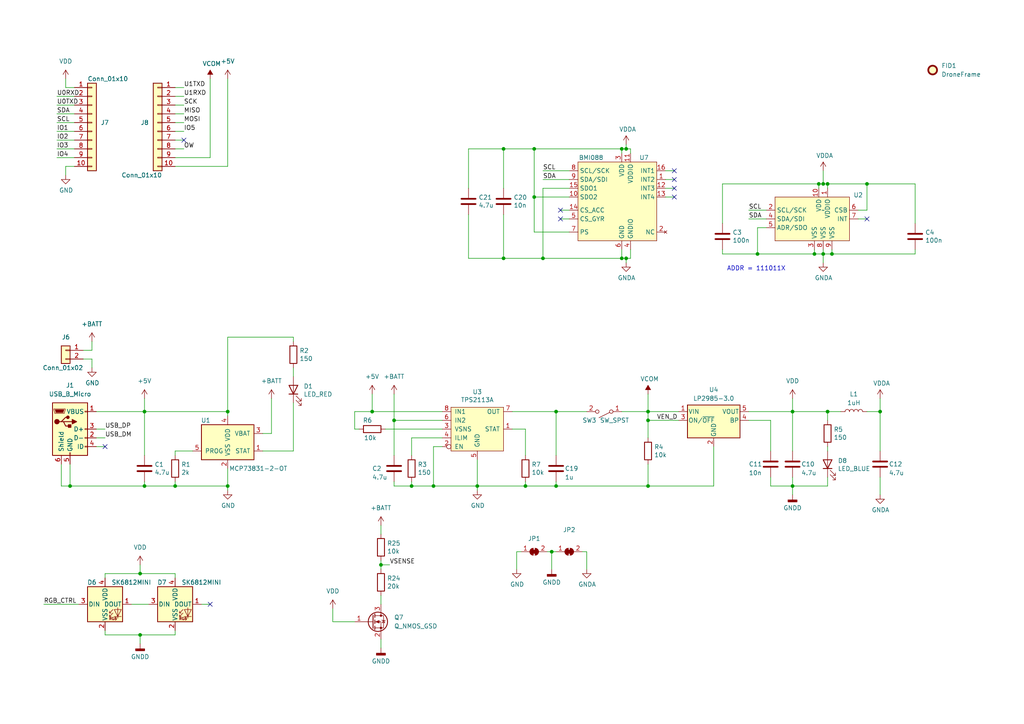
<source format=kicad_sch>
(kicad_sch (version 20230121) (generator eeschema)
  (paper "A4")
  (junction (at -69.85 29.21))
  (junction (at -30.48 71.12))
  (junction (at 82.55 222.25))
  (junction (at 236.22 73.66))
  (junction (at -52.07 128.27))
  (junction (at -133.35 -90.17))
  (junction (at 82.55 266.7))
  (junction (at 180.34 43.18))
  (junction (at -54.61 128.27))
  (junction (at 125.73 140.97))
  (junction (at -74.93 104.14))
  (junction (at 181.61 43.18))
  (junction (at 238.76 53.34))
  (junction (at 82.55 294.64))
  (junction (at 35.56 250.19))
  (junction (at 20.32 140.97))
  (junction (at -30.48 20.32))
  (junction (at 138.43 140.97))
  (junction (at 107.95 119.38))
  (junction (at -81.28 -90.17))
  (junction (at 181.61 74.93))
  (junction (at 110.49 163.83))
  (junction (at 251.46 53.34))
  (junction (at 82.55 250.19))
  (junction (at -81.28 -10.16))
  (junction (at 161.29 119.38))
  (junction (at 161.29 140.97))
  (junction (at 35.56 222.25))
  (junction (at 180.34 74.93))
  (junction (at 40.64 184.15))
  (junction (at 82.55 233.68))
  (junction (at 229.87 140.97))
  (junction (at -133.35 -10.16))
  (junction (at 40.64 166.37))
  (junction (at 219.71 73.66))
  (junction (at 240.03 53.34))
  (junction (at 187.96 119.38))
  (junction (at -30.48 55.88))
  (junction (at 241.3 73.66))
  (junction (at 66.04 119.38))
  (junction (at 66.04 140.97))
  (junction (at 26.67 240.03))
  (junction (at 255.27 119.38))
  (junction (at 237.49 53.34))
  (junction (at 119.38 140.97))
  (junction (at 41.91 119.38))
  (junction (at -143.51 -90.17))
  (junction (at 26.67 284.48))
  (junction (at 114.3 121.92))
  (junction (at 152.4 140.97))
  (junction (at 154.94 43.18))
  (junction (at 187.96 140.97))
  (junction (at 160.02 160.02))
  (junction (at 238.76 73.66))
  (junction (at 154.94 57.15))
  (junction (at 157.48 74.93))
  (junction (at 73.66 284.48))
  (junction (at -30.48 34.29))
  (junction (at 35.56 233.68))
  (junction (at -133.35 -73.66))
  (junction (at 229.87 119.38))
  (junction (at -20.32 -58.42))
  (junction (at 41.91 140.97))
  (junction (at 146.05 74.93))
  (junction (at -143.51 -10.16))
  (junction (at 50.8 140.97))
  (junction (at 35.56 278.13))
  (junction (at 35.56 266.7))
  (junction (at 82.55 278.13))
  (junction (at 73.66 240.03))
  (junction (at -68.58 46.99))
  (junction (at 187.96 121.92))
  (junction (at 240.03 119.38))
  (junction (at 35.56 294.64))
  (junction (at 146.05 43.18))
  (no_connect (at -30.48 106.68))
  (no_connect (at -30.48 96.52))
  (no_connect (at -30.48 104.14))
  (no_connect (at 30.48 129.54))
  (no_connect (at 162.56 60.96))
  (no_connect (at 251.46 63.5))
  (no_connect (at 195.58 54.61))
  (no_connect (at 195.58 52.07))
  (no_connect (at 60.96 175.26))
  (no_connect (at -30.48 114.3))
  (no_connect (at -72.39 88.9))
  (no_connect (at -30.48 101.6))
  (no_connect (at -30.48 116.84))
  (no_connect (at -30.48 119.38))
  (no_connect (at 53.34 40.64))
  (no_connect (at 195.58 49.53))
  (no_connect (at 162.56 63.5))
  (no_connect (at -30.48 111.76))
  (no_connect (at 195.58 57.15))
  (wire (pts (xy 16.51 45.72) (xy 21.59 45.72)))
  (wire (pts (xy -143.51 -10.16) (xy -153.67 -10.16)))
  (wire (pts (xy 237.49 53.34) (xy 238.76 53.34)))
  (wire (pts (xy 125.73 140.97) (xy 138.43 140.97)))
  (wire (pts (xy 50.8 167.64) (xy 50.8 166.37)))
  (wire (pts (xy 35.56 265.43) (xy 35.56 266.7)))
  (wire (pts (xy 50.8 166.37) (xy 40.64 166.37)))
  (wire (pts (xy 162.56 63.5) (xy 165.1 63.5)))
  (wire (pts (xy -34.29 88.9) (xy -13.97 88.9)))
  (wire (pts (xy 26.67 250.19) (xy 35.56 250.19)))
  (wire (pts (xy 251.46 53.34) (xy 240.03 53.34)))
  (wire (pts (xy 265.43 53.34) (xy 265.43 64.77)))
  (wire (pts (xy 180.34 44.45) (xy 180.34 43.18)))
  (wire (pts (xy -143.51 -38.1) (xy -143.51 -10.16)))
  (wire (pts (xy -133.35 -10.16) (xy -81.28 -10.16)))
  (wire (pts (xy -53.34 -35.56) (xy -49.53 -35.56)))
  (wire (pts (xy 229.87 140.97) (xy 223.52 140.97)))
  (wire (pts (xy -74.93 46.99) (xy -68.58 46.99)))
  (wire (pts (xy -24.13 -58.42) (xy -20.32 -58.42)))
  (wire (pts (xy -115.57 -48.26) (xy -109.22 -48.26)))
  (wire (pts (xy 82.55 265.43) (xy 82.55 266.7)))
  (wire (pts (xy 161.29 140.97) (xy 187.96 140.97)))
  (wire (pts (xy -34.29 93.98) (xy -31.75 93.98)))
  (wire (pts (xy 29.21 232.41) (xy 29.21 233.68)))
  (wire (pts (xy -24.13 -48.26) (xy -24.13 -49.53)))
  (wire (pts (xy 161.29 139.7) (xy 161.29 140.97)))
  (wire (pts (xy -115.57 -45.72) (xy -109.22 -45.72)))
  (wire (pts (xy -120.65 -66.04) (xy -109.22 -66.04)))
  (wire (pts (xy 58.42 175.26) (xy 60.96 175.26)))
  (wire (pts (xy -49.53 20.32) (xy -30.48 20.32)))
  (wire (pts (xy 128.27 127) (xy 119.38 127)))
  (wire (pts (xy 82.55 274.32) (xy 83.82 274.32)))
  (wire (pts (xy 26.67 294.64) (xy 35.56 294.64)))
  (wire (pts (xy 50.8 45.72) (xy 60.96 45.72)))
  (wire (pts (xy 30.48 182.88) (xy 30.48 184.15)))
  (wire (pts (xy 265.43 72.39) (xy 265.43 73.66)))
  (wire (pts (xy 236.22 72.39) (xy 236.22 73.66)))
  (wire (pts (xy 152.4 124.46) (xy 152.4 132.08)))
  (wire (pts (xy 82.55 278.13) (xy 82.55 279.4)))
  (wire (pts (xy 16.51 33.02) (xy 21.59 33.02)))
  (wire (pts (xy 66.04 119.38) (xy 66.04 97.79)))
  (wire (pts (xy 30.48 166.37) (xy 40.64 166.37)))
  (wire (pts (xy 36.83 227.33) (xy 35.56 227.33)))
  (wire (pts (xy 60.96 22.86) (xy 60.96 45.72)))
  (wire (pts (xy 82.55 227.33) (xy 82.55 222.25)))
  (wire (pts (xy -81.28 -92.71) (xy -81.28 -90.17)))
  (wire (pts (xy 110.49 152.4) (xy 110.49 154.94)))
  (wire (pts (xy 146.05 74.93) (xy 157.48 74.93)))
  (wire (pts (xy 160.02 160.02) (xy 160.02 165.1)))
  (wire (pts (xy 78.74 115.57) (xy 78.74 125.73)))
  (wire (pts (xy -30.48 20.32) (xy -30.48 22.86)))
  (wire (pts (xy 41.91 139.7) (xy 41.91 140.97)))
  (wire (pts (xy -30.48 55.88) (xy -30.48 59.69)))
  (wire (pts (xy 128.27 129.54) (xy 125.73 129.54)))
  (wire (pts (xy -34.29 114.3) (xy -30.48 114.3)))
  (wire (pts (xy 82.55 229.87) (xy 82.55 233.68)))
  (wire (pts (xy 96.52 176.53) (xy 96.52 180.34)))
  (wire (pts (xy 72.39 240.03) (xy 73.66 240.03)))
  (wire (pts (xy 35.56 289.56) (xy 35.56 294.64)))
  (wire (pts (xy 248.92 60.96) (xy 251.46 60.96)))
  (wire (pts (xy 40.64 166.37) (xy 40.64 163.83)))
  (wire (pts (xy 16.51 40.64) (xy 21.59 40.64)))
  (wire (pts (xy 29.21 233.68) (xy 35.56 233.68)))
  (wire (pts (xy -49.53 36.83) (xy -68.58 36.83)))
  (wire (pts (xy 24.13 104.14) (xy 26.67 104.14)))
  (wire (pts (xy 76.2 125.73) (xy 78.74 125.73)))
  (wire (pts (xy 76.2 232.41) (xy 76.2 233.68)))
  (wire (pts (xy 135.89 43.18) (xy 146.05 43.18)))
  (wire (pts (xy -81.28 -12.7) (xy -81.28 -10.16)))
  (wire (pts (xy 30.48 184.15) (xy 40.64 184.15)))
  (wire (pts (xy 24.13 101.6) (xy 26.67 101.6)))
  (wire (pts (xy 20.32 140.97) (xy 20.32 134.62)))
  (wire (pts (xy 16.51 30.48) (xy 21.59 30.48)))
  (wire (pts (xy 55.88 130.81) (xy 50.8 130.81)))
  (wire (pts (xy 35.56 294.64) (xy 35.56 295.91)))
  (wire (pts (xy 119.38 139.7) (xy 119.38 140.97)))
  (wire (pts (xy -49.53 34.29) (xy -49.53 36.83)))
  (wire (pts (xy 35.56 271.78) (xy 35.56 266.7)))
  (wire (pts (xy 38.1 175.26) (xy 43.18 175.26)))
  (wire (pts (xy 209.55 73.66) (xy 219.71 73.66)))
  (wire (pts (xy -49.53 41.91) (xy -49.53 39.37)))
  (wire (pts (xy 35.56 222.25) (xy 29.21 222.25)))
  (wire (pts (xy 26.67 293.37) (xy 26.67 294.64)))
  (wire (pts (xy 241.3 73.66) (xy 265.43 73.66)))
  (wire (pts (xy -68.58 36.83) (xy -68.58 46.99)))
  (wire (pts (xy 255.27 138.43) (xy 255.27 143.51)))
  (wire (pts (xy 152.4 139.7) (xy 152.4 140.97)))
  (wire (pts (xy 238.76 73.66) (xy 241.3 73.66)))
  (wire (pts (xy -72.39 88.9) (xy -69.85 88.9)))
  (wire (pts (xy 181.61 74.93) (xy 181.61 76.2)))
  (wire (pts (xy -24.13 -57.15) (xy -24.13 -58.42)))
  (wire (pts (xy 111.76 124.46) (xy 128.27 124.46)))
  (wire (pts (xy 229.87 140.97) (xy 229.87 143.51)))
  (wire (pts (xy 160.02 160.02) (xy 158.75 160.02)))
  (wire (pts (xy 168.91 160.02) (xy 170.18 160.02)))
  (wire (pts (xy 16.51 35.56) (xy 21.59 35.56)))
  (wire (pts (xy -52.07 128.27) (xy -54.61 128.27)))
  (wire (pts (xy 107.95 119.38) (xy 128.27 119.38)))
  (wire (pts (xy 50.8 30.48) (xy 53.34 30.48)))
  (wire (pts (xy 26.67 241.3) (xy 26.67 240.03)))
  (wire (pts (xy 238.76 73.66) (xy 238.76 76.2)))
  (wire (pts (xy -34.29 91.44) (xy -13.97 91.44)))
  (wire (pts (xy 35.56 274.32) (xy 36.83 274.32)))
  (wire (pts (xy 35.56 278.13) (xy 35.56 279.4)))
  (wire (pts (xy 41.91 140.97) (xy 20.32 140.97)))
  (wire (pts (xy -133.35 -38.1) (xy -133.35 -10.16)))
  (wire (pts (xy 223.52 121.92) (xy 217.17 121.92)))
  (wire (pts (xy 66.04 48.26) (xy 66.04 22.86)))
  (wire (pts (xy 50.8 27.94) (xy 53.34 27.94)))
  (wire (pts (xy 35.56 274.32) (xy 35.56 278.13)))
  (wire (pts (xy 85.09 106.68) (xy 85.09 109.22)))
  (wire (pts (xy -133.35 -73.66) (xy -109.22 -73.66)))
  (wire (pts (xy -49.53 52.07) (xy -49.53 55.88)))
  (wire (pts (xy -53.34 -71.12) (xy -49.53 -71.12)))
  (wire (pts (xy 181.61 41.91) (xy 181.61 43.18)))
  (wire (pts (xy 240.03 119.38) (xy 240.03 121.92)))
  (wire (pts (xy 40.64 184.15) (xy 50.8 184.15)))
  (wire (pts (xy -133.35 -73.66) (xy -133.35 -45.72)))
  (wire (pts (xy 217.17 63.5) (xy 222.25 63.5)))
  (wire (pts (xy 180.34 119.38) (xy 187.96 119.38)))
  (wire (pts (xy 138.43 140.97) (xy 152.4 140.97)))
  (wire (pts (xy 29.21 276.86) (xy 29.21 278.13)))
  (wire (pts (xy 73.66 285.75) (xy 73.66 284.48)))
  (wire (pts (xy 35.56 229.87) (xy 36.83 229.87)))
  (wire (pts (xy -74.93 128.27) (xy -54.61 128.27)))
  (wire (pts (xy 26.67 240.03) (xy 27.94 240.03)))
  (wire (pts (xy -153.67 -90.17) (xy -143.51 -90.17)))
  (wire (pts (xy 135.89 62.23) (xy 135.89 74.93)))
  (wire (pts (xy -69.85 104.14) (xy -74.93 104.14)))
  (wire (pts (xy 27.94 119.38) (xy 41.91 119.38)))
  (wire (pts (xy -17.78 20.32) (xy -17.78 24.13)))
  (wire (pts (xy 50.8 40.64) (xy 53.34 40.64)))
  (wire (pts (xy 82.55 245.11) (xy 82.55 250.19)))
  (wire (pts (xy -78.74 99.06) (xy -69.85 99.06)))
  (wire (pts (xy -53.34 -48.26) (xy -24.13 -48.26)))
  (wire (pts (xy 238.76 53.34) (xy 240.03 53.34)))
  (wire (pts (xy -53.34 -40.64) (xy -49.53 -40.64)))
  (wire (pts (xy -52.07 130.81) (xy -52.07 128.27)))
  (wire (pts (xy 26.67 248.92) (xy 26.67 250.19)))
  (wire (pts (xy 76.2 278.13) (xy 82.55 278.13)))
  (wire (pts (xy -53.34 -45.72) (xy -16.51 -45.72)))
  (wire (pts (xy -59.69 46.99) (xy -57.15 46.99)))
  (wire (pts (xy 255.27 119.38) (xy 251.46 119.38)))
  (wire (pts (xy 83.82 271.78) (xy 82.55 271.78)))
  (wire (pts (xy 193.04 54.61) (xy 195.58 54.61)))
  (wire (pts (xy 223.52 130.81) (xy 223.52 121.92)))
  (wire (pts (xy -49.53 55.88) (xy -30.48 55.88)))
  (wire (pts (xy 19.05 48.26) (xy 21.59 48.26)))
  (wire (pts (xy 17.78 134.62) (xy 17.78 140.97)))
  (wire (pts (xy 125.73 129.54) (xy 125.73 140.97)))
  (wire (pts (xy -49.53 39.37) (xy -69.85 39.37)))
  (wire (pts (xy 154.94 43.18) (xy 180.34 43.18)))
  (wire (pts (xy 162.56 60.96) (xy 165.1 60.96)))
  (wire (pts (xy -17.78 34.29) (xy -30.48 34.29)))
  (wire (pts (xy 182.88 72.39) (xy 182.88 74.93)))
  (wire (pts (xy 50.8 184.15) (xy 50.8 182.88)))
  (wire (pts (xy -143.51 -90.17) (xy -133.35 -90.17)))
  (wire (pts (xy -95.25 99.06) (xy -86.36 99.06)))
  (wire (pts (xy 135.89 54.61) (xy 135.89 43.18)))
  (wire (pts (xy -17.78 55.88) (xy -17.78 60.96)))
  (wire (pts (xy 238.76 72.39) (xy 238.76 73.66)))
  (wire (pts (xy 30.48 167.64) (xy 30.48 166.37)))
  (wire (pts (xy -81.28 -10.16) (xy -81.28 -6.35)))
  (wire (pts (xy 217.17 119.38) (xy 229.87 119.38)))
  (wire (pts (xy 110.49 163.83) (xy 113.03 163.83)))
  (wire (pts (xy -69.85 29.21) (xy -67.31 29.21)))
  (wire (pts (xy 114.3 132.08) (xy 114.3 121.92)))
  (wire (pts (xy -34.29 119.38) (xy -30.48 119.38)))
  (wire (pts (xy 73.66 240.03) (xy 74.93 240.03)))
  (wire (pts (xy -49.53 24.13) (xy -49.53 20.32)))
  (wire (pts (xy 82.55 294.64) (xy 82.55 295.91)))
  (wire (pts (xy -38.1 -80.01) (xy -38.1 -53.34)))
  (wire (pts (xy 187.96 119.38) (xy 196.85 119.38)))
  (wire (pts (xy -53.34 -30.48) (xy -49.53 -30.48)))
  (wire (pts (xy 193.04 57.15) (xy 195.58 57.15)))
  (wire (pts (xy 85.09 97.79) (xy 85.09 99.06)))
  (wire (pts (xy -133.35 -90.17) (xy -133.35 -87.63)))
  (wire (pts (xy 138.43 140.97) (xy 138.43 142.24)))
  (wire (pts (xy 149.86 160.02) (xy 149.86 165.1)))
  (wire (pts (xy -30.48 69.85) (xy -30.48 71.12)))
  (wire (pts (xy 114.3 140.97) (xy 119.38 140.97)))
  (wire (pts (xy 41.91 140.97) (xy 50.8 140.97)))
  (wire (pts (xy 161.29 119.38) (xy 161.29 132.08)))
  (wire (pts (xy 82.55 220.98) (xy 82.55 222.25)))
  (wire (pts (xy 102.87 119.38) (xy 107.95 119.38)))
  (wire (pts (xy 180.34 43.18) (xy 181.61 43.18)))
  (wire (pts (xy 114.3 139.7) (xy 114.3 140.97)))
  (wire (pts (xy 27.94 127) (xy 30.48 127)))
  (wire (pts (xy 29.21 266.7) (xy 29.21 269.24)))
  (wire (pts (xy -34.29 111.76) (xy -30.48 111.76)))
  (wire (pts (xy 154.94 57.15) (xy 165.1 57.15)))
  (wire (pts (xy 73.66 293.37) (xy 73.66 294.64)))
  (wire (pts (xy -49.53 77.47) (xy -49.53 81.28)))
  (wire (pts (xy -81.28 -90.17) (xy -81.28 -78.74)))
  (wire (pts (xy 76.2 233.68) (xy 82.55 233.68)))
  (wire (pts (xy 187.96 121.92) (xy 196.85 121.92)))
  (wire (pts (xy 193.04 52.07) (xy 195.58 52.07)))
  (wire (pts (xy 50.8 25.4) (xy 53.34 25.4)))
  (wire (pts (xy 73.66 294.64) (xy 82.55 294.64)))
  (wire (pts (xy 35.56 233.68) (xy 35.56 234.95)))
  (wire (pts (xy -113.03 -60.96) (xy -109.22 -60.96)))
  (wire (pts (xy -133.35 -80.01) (xy -133.35 -73.66)))
  (wire (pts (xy 27.94 124.46) (xy 30.48 124.46)))
  (wire (pts (xy 26.67 101.6) (xy 26.67 99.06)))
  (wire (pts (xy 229.87 119.38) (xy 240.03 119.38)))
  (wire (pts (xy 35.56 227.33) (xy 35.56 222.25)))
  (wire (pts (xy 157.48 74.93) (xy 180.34 74.93)))
  (wire (pts (xy 161.29 119.38) (xy 170.18 119.38)))
  (wire (pts (xy 73.66 241.3) (xy 73.66 240.03)))
  (wire (pts (xy -16.51 -45.72) (xy -16.51 -49.53)))
  (wire (pts (xy -38.1 -90.17) (xy -38.1 -87.63)))
  (wire (pts (xy 73.66 248.92) (xy 73.66 250.19)))
  (wire (pts (xy -74.93 124.46) (xy -74.93 128.27)))
  (wire (pts (xy 170.18 160.02) (xy 170.18 165.1)))
  (wire (pts (xy 29.21 278.13) (xy 35.56 278.13)))
  (wire (pts (xy 248.92 63.5) (xy 251.46 63.5)))
  (wire (pts (xy 154.94 57.15) (xy 154.94 43.18)))
  (wire (pts (xy 187.96 114.3) (xy 187.96 119.38)))
  (wire (pts (xy 19.05 25.4) (xy 21.59 25.4)))
  (wire (pts (xy -34.29 99.06) (xy -31.75 99.06)))
  (wire (pts (xy -133.35 -90.17) (xy -81.28 -90.17)))
  (wire (pts (xy 236.22 73.66) (xy 238.76 73.66)))
  (wire (pts (xy 180.34 72.39) (xy 180.34 74.93)))
  (wire (pts (xy 82.55 274.32) (xy 82.55 278.13)))
  (wire (pts (xy 35.56 266.7) (xy 29.21 266.7)))
  (wire (pts (xy 135.89 74.93) (xy 146.05 74.93)))
  (wire (pts (xy 36.83 271.78) (xy 35.56 271.78)))
  (wire (pts (xy -81.28 -90.17) (xy -38.1 -90.17)))
  (wire (pts (xy -115.57 -50.8) (xy -109.22 -50.8)))
  (wire (pts (xy 229.87 115.57) (xy 229.87 119.38)))
  (wire (pts (xy 57.15 240.03) (xy 64.77 240.03)))
  (wire (pts (xy 26.67 104.14) (xy 26.67 106.68)))
  (wire (pts (xy 102.87 124.46) (xy 102.87 119.38)))
  (wire (pts (xy 187.96 119.38) (xy 187.96 121.92)))
  (wire (pts (xy 165.1 54.61) (xy 157.48 54.61)))
  (wire (pts (xy -34.29 106.68) (xy -30.48 106.68)))
  (wire (pts (xy 73.66 250.19) (xy 82.55 250.19)))
  (wire (pts (xy -74.93 29.21) (xy -69.85 29.21)))
  (wire (pts (xy 76.2 276.86) (xy 76.2 278.13)))
  (wire (pts (xy 119.38 127) (xy 119.38 132.08)))
  (wire (pts (xy -95.25 96.52) (xy -86.36 96.52)))
  (wire (pts (xy 157.48 49.53) (xy 165.1 49.53)))
  (wire (pts (xy 209.55 53.34) (xy 237.49 53.34)))
  (wire (pts (xy 114.3 114.3) (xy 114.3 121.92)))
  (wire (pts (xy 114.3 121.92) (xy 128.27 121.92)))
  (wire (pts (xy -52.07 128.27) (xy -49.53 128.27)))
  (wire (pts (xy 241.3 72.39) (xy 241.3 73.66)))
  (wire (pts (xy -20.32 -58.42) (xy -20.32 -60.96)))
  (wire (pts (xy -153.67 -45.72) (xy -153.67 -90.17)))
  (wire (pts (xy 138.43 133.35) (xy 138.43 140.97)))
  (wire (pts (xy 19.05 50.8) (xy 19.05 48.26)))
  (wire (pts (xy -16.51 -58.42) (xy -16.51 -57.15)))
  (wire (pts (xy 50.8 140.97) (xy 66.04 140.97)))
  (wire (pts (xy -59.69 29.21) (xy -57.15 29.21)))
  (wire (pts (xy -34.29 104.14) (xy -30.48 104.14)))
  (wire (pts (xy 237.49 54.61) (xy 237.49 53.34)))
  (wire (pts (xy -153.67 -38.1) (xy -153.67 -10.16)))
  (wire (pts (xy 146.05 43.18) (xy 154.94 43.18)))
  (wire (pts (xy -54.61 128.27) (xy -54.61 127)))
  (wire (pts (xy 255.27 130.81) (xy 255.27 119.38)))
  (wire (pts (xy 82.55 229.87) (xy 83.82 229.87)))
  (wire (pts (xy 180.34 74.93) (xy 181.61 74.93)))
  (wire (pts (xy -30.48 34.29) (xy -30.48 36.83)))
  (wire (pts (xy 157.48 52.07) (xy 165.1 52.07)))
  (wire (pts (xy 240.03 138.43) (xy 240.03 140.97)))
  (wire (pts (xy 154.94 67.31) (xy 154.94 57.15)))
  (wire (pts (xy 219.71 73.66) (xy 236.22 73.66)))
  (wire (pts (xy 104.14 124.46) (xy 102.87 124.46)))
  (wire (pts (xy 182.88 43.18) (xy 182.88 44.45)))
  (wire (pts (xy 35.56 229.87) (xy 35.56 233.68)))
  (wire (pts (xy 19.05 22.86) (xy 19.05 25.4)))
  (wire (pts (xy 66.04 135.89) (xy 66.04 140.97)))
  (wire (pts (xy 35.56 250.19) (xy 35.56 251.46)))
  (wire (pts (xy 107.95 114.3) (xy 107.95 119.38)))
  (wire (pts (xy -53.34 -66.04) (xy -50.8 -66.04)))
  (wire (pts (xy 35.56 245.11) (xy 35.56 250.19)))
  (wire (pts (xy 223.52 140.97) (xy 223.52 138.43)))
  (wire (pts (xy -53.34 -38.1) (xy -49.53 -38.1)))
  (wire (pts (xy 148.59 124.46) (xy 152.4 124.46)))
  (wire (pts (xy 50.8 43.18) (xy 53.34 43.18)))
  (wire (pts (xy 35.56 220.98) (xy 35.56 222.25)))
  (wire (pts (xy 82.55 222.25) (xy 76.2 222.25)))
  (wire (pts (xy 41.91 119.38) (xy 66.04 119.38)))
  (wire (pts (xy 76.2 130.81) (xy 85.09 130.81)))
  (wire (pts (xy 146.05 62.23) (xy 146.05 74.93)))
  (wire (pts (xy 96.52 180.34) (xy 102.87 180.34)))
  (wire (pts (xy -53.34 -73.66) (xy -49.53 -73.66)))
  (wire (pts (xy 165.1 67.31) (xy 154.94 67.31)))
  (wire (pts (xy 83.82 227.33) (xy 82.55 227.33)))
  (wire (pts (xy 66.04 140.97) (xy 66.04 142.24)))
  (wire (pts (xy -53.34 -43.18) (xy -49.53 -43.18)))
  (wire (pts (xy 50.8 35.56) (xy 53.34 35.56)))
  (wire (pts (xy 110.49 185.42) (xy 110.49 187.96)))
  (wire (pts (xy 41.91 132.08) (xy 41.91 119.38)))
  (wire (pts (xy -53.34 -53.34) (xy -38.1 -53.34)))
  (wire (pts (xy -34.29 96.52) (xy -30.48 96.52)))
  (wire (pts (xy -17.78 71.12) (xy -17.78 68.58)))
  (wire (pts (xy 240.03 119.38) (xy 243.84 119.38)))
  (wire (pts (xy -20.32 -58.42) (xy -16.51 -58.42)))
  (wire (pts (xy 146.05 54.61) (xy 146.05 43.18)))
  (wire (pts (xy 50.8 33.02) (xy 53.34 33.02)))
  (wire (pts (xy 193.04 49.53) (xy 195.58 49.53)))
  (wire (pts (xy 110.49 172.72) (xy 110.49 175.26)))
  (wire (pts (xy 50.8 139.7) (xy 50.8 140.97)))
  (wire (pts (xy 76.2 266.7) (xy 76.2 269.24)))
  (wire (pts (xy 209.55 64.77) (xy 209.55 53.34)))
  (wire (pts (xy 26.67 284.48) (xy 27.94 284.48)))
  (wire (pts (xy 240.03 140.97) (xy 229.87 140.97)))
  (wire (pts (xy 222.25 66.04) (xy 219.71 66.04)))
  (wire (pts (xy 27.94 129.54) (xy 30.48 129.54)))
  (wire (pts (xy 41.91 115.57) (xy 41.91 119.38)))
  (wire (pts (xy 157.48 54.61) (xy 157.48 74.93)))
  (wire (pts (xy 50.8 38.1) (xy 53.34 38.1)))
  (wire (pts (xy 229.87 138.43) (xy 229.87 140.97)))
  (wire (pts (xy 16.51 43.18) (xy 21.59 43.18)))
  (wire (pts (xy 82.55 289.56) (xy 82.55 294.64)))
  (wire (pts (xy 219.71 66.04) (xy 219.71 73.66)))
  (wire (pts (xy 110.49 163.83) (xy 110.49 165.1)))
  (wire (pts (xy 255.27 115.57) (xy 255.27 119.38)))
  (wire (pts (xy 50.8 48.26) (xy 66.04 48.26)))
  (wire (pts (xy 26.67 285.75) (xy 26.67 284.48)))
  (wire (pts (xy -49.53 128.27) (xy -49.53 127)))
  (wire (pts (xy 57.15 284.48) (xy 64.77 284.48)))
  (wire (pts (xy 181.61 43.18) (xy 182.88 43.18)))
  (wire (pts (xy -34.29 116.84) (xy -30.48 116.84)))
  (wire (pts (xy -30.48 20.32) (xy -17.78 20.32)))
  (wire (pts (xy 82.55 266.7) (xy 76.2 266.7)))
  (wire (pts (xy -53.34 -63.5) (xy -50.8 -63.5)))
  (wire (pts (xy -78.74 96.52) (xy -69.85 96.52)))
  (wire (pts (xy 119.38 140.97) (xy 125.73 140.97)))
  (wire (pts (xy -53.34 -50.8) (xy -38.1 -50.8)))
  (wire (pts (xy 238.76 53.34) (xy 238.76 49.53)))
  (wire (pts (xy -109.22 -63.5) (xy -113.03 -63.5)))
  (wire (pts (xy 229.87 119.38) (xy 229.87 130.81)))
  (wire (pts (xy 160.02 160.02) (xy 161.29 160.02)))
  (wire (pts (xy 217.17 60.96) (xy 222.25 60.96)))
  (wire (pts (xy 251.46 53.34) (xy 265.43 53.34)))
  (wire (pts (xy -115.57 -53.34) (xy -109.22 -53.34)))
  (wire (pts (xy -30.48 71.12) (xy -30.48 73.66)))
  (wire (pts (xy 207.01 129.54) (xy 207.01 140.97)))
  (wire (pts (xy 209.55 72.39) (xy 209.55 73.66)))
  (wire (pts (xy 82.55 250.19) (xy 82.55 251.46)))
  (wire (pts (xy 25.4 284.48) (xy 26.67 284.48)))
  (wire (pts (xy -53.34 -33.02) (xy -49.53 -33.02)))
  (wire (pts (xy 73.66 284.48) (xy 74.93 284.48)))
  (wire (pts (xy -120.65 -68.58) (xy -109.22 -68.58)))
  (wire (pts (xy 181.61 74.93) (xy 182.88 74.93)))
  (wire (pts (xy 29.21 222.25) (xy 29.21 224.79)))
  (wire (pts (xy 40.64 184.15) (xy 40.64 186.69)))
  (wire (pts (xy 82.55 233.68) (xy 82.55 234.95)))
  (wire (pts (xy 66.04 119.38) (xy 66.04 120.65)))
  (wire (pts (xy 187.96 140.97) (xy 207.01 140.97)))
  (wire (pts (xy 85.09 116.84) (xy 85.09 130.81)))
  (wire (pts (xy 149.86 160.02) (xy 151.13 160.02)))
  (wire (pts (xy 152.4 140.97) (xy 161.29 140.97)))
  (wire (pts (xy 66.04 97.79) (xy 85.09 97.79)))
  (wire (pts (xy 10.16 284.48) (xy 17.78 284.48)))
  (wire (pts (xy -34.29 101.6) (xy -30.48 101.6)))
  (wire (pts (xy 148.59 119.38) (xy 161.29 119.38)))
  (wire (pts (xy -17.78 31.75) (xy -17.78 34.29)))
  (wire (pts (xy 25.4 240.03) (xy 26.67 240.03)))
  (wire (pts (xy -30.48 55.88) (xy -17.78 55.88)))
  (wire (pts (xy -30.48 33.02) (xy -30.48 34.29)))
  (wire (pts (xy 17.78 140.97) (xy 20.32 140.97)))
  (wire (pts (xy -143.51 -10.16) (xy -133.35 -10.16)))
  (wire (pts (xy 16.51 38.1) (xy 21.59 38.1)))
  (wire (pts (xy -69.85 39.37) (xy -69.85 29.21)))
  (wire (pts (xy 110.49 162.56) (xy 110.49 163.83)))
  (wire (pts (xy 16.51 27.94) (xy 21.59 27.94)))
  (wire (pts (xy -74.93 77.47) (xy -74.93 104.14)))
  (wire (pts (xy 10.16 240.03) (xy 17.78 240.03)))
  (wire (pts (xy 76.2 222.25) (xy 76.2 224.79)))
  (wire (pts (xy -30.48 71.12) (xy -17.78 71.12)))
  (wire (pts (xy 72.39 284.48) (xy 73.66 284.48)))
  (wire (pts (xy 50.8 130.81) (xy 50.8 132.08)))
  (wire (pts (xy 251.46 60.96) (xy 251.46 53.34)))
  (wire (pts (xy 187.96 121.92) (xy 187.96 127)))
  (wire (pts (xy 12.7 175.26) (xy 22.86 175.26)))
  (wire (pts (xy 82.55 271.78) (xy 82.55 266.7)))
  (wire (pts (xy -54.61 77.47) (xy -54.61 81.28)))
  (wire (pts (xy -143.51 -45.72) (xy -143.51 -90.17)))
  (wire (pts (xy 240.03 129.54) (xy 240.03 130.81)))
  (wire (pts (xy -74.93 104.14) (xy -74.93 116.84)))
  (wire (pts (xy 187.96 134.62) (xy 187.96 140.97)))
  (wire (pts (xy -68.58 46.99) (xy -67.31 46.99)))
  (wire (pts (xy 240.03 53.34) (xy 240.03 54.61)))
  (text "TODO add UART Programmer Port" (at -78.74 147.32 0) (effects (font (size 1.27 1.27)) (justify left bottom)))
  (text "ADDR = 111011X" (at 210.82 78.74 0) (effects (font (size 1.27 1.27)) (justify left bottom)))
  (label "U1RXD" (at -50.8 -63.5 0))
  (label "MOTOR3" (at -49.53 -33.02 0))
  (label "VSENSE" (at 113.03 163.83 0))
  (label "USB_DM" (at 30.48 127 0))
  (label "MOTOR2" (at -49.53 -35.56 0))
  (label "SCL" (at 157.48 49.53 0))
  (label "SCK" (at -115.57 -48.26 0))
  (label "MOTOR2" (at 57.15 240.03 0))
  (label "SDA" (at 16.51 33.02 0))
  (label "SCL" (at -49.53 -48.26 0))
  (label "SDA" (at 217.17 63.5 0))
  (label "IO3" (at 16.51 43.18 0))
  (label "GPIO9" (at -34.29 55.88 0))
  (label "IO2" (at -115.57 -53.34 0))
  (label "VEN_D" (at 190.5 121.92 0))
  (label "OW" (at 53.34 43.18 0))
  (label "SCL" (at 16.51 35.56 0))
  (label "MISO" (at 53.34 33.02 0))
  (label "MOTOR4" (at 57.15 284.48 0))
  (label "U0RXD" (at 16.51 27.94 0))
  (label "U0TXD" (at 16.51 30.48 0))
  (label "RGB_CTRL" (at 12.7 175.26 0))
  (label "MISO" (at -49.53 -43.18 0))
  (label "U0RXD" (at -13.97 88.9 0))
  (label "IO5" (at -49.53 -40.64 0))
  (label "VSENSE" (at -120.65 -68.58 0))
  (label "IO2" (at 16.51 40.64 0))
  (label "IO4" (at 16.51 45.72 0))
  (label "SCL" (at 217.17 60.96 0))
  (label "GPIO9" (at -38.1 -50.8 0))
  (label "MOTOR3" (at 10.16 284.48 0))
  (label "MOTOR1" (at 10.16 240.03 0))
  (label "CHIP_EN" (at -120.65 -73.66 0))
  (label "USB_DP" (at -95.25 99.06 0))
  (label "IO3" (at -113.03 -60.96 0))
  (label "MOSI" (at -115.57 -45.72 0))
  (label "IO1" (at -115.57 -50.8 0))
  (label "MOTOR4" (at -49.53 -30.48 0))
  (label "SDA" (at -49.53 -45.72 0))
  (label "RTS" (at -31.75 93.98 0))
  (label "DTR" (at -74.93 29.21 0))
  (label "USB_DM" (at -95.25 96.52 0))
  (label "USB_DP" (at 30.48 124.46 0))
  (label "U0TXD" (at -13.97 91.44 0))
  (label "IO5" (at 53.34 38.1 0))
  (label "DTR" (at -31.75 99.06 0))
  (label "OW" (at -120.65 -66.04 0))
  (label "CHIP_EN" (at -34.29 20.32 0))
  (label "U1TXD" (at -50.8 -66.04 0))
  (label "RTS" (at -74.93 46.99 0))
  (label "SCK" (at 53.34 30.48 0))
  (label "RGB_CTRL" (at -38.1 -53.34 0))
  (label "MOTOR1" (at -49.53 -38.1 0))
  (label "U1RXD" (at 53.34 27.94 0))
  (label "IO1" (at 16.51 38.1 0))
  (label "SDA" (at 157.48 52.07 0))
  (label "U0RXD" (at -49.53 -71.12 0))
  (label "IO4" (at -113.03 -63.5 0))
  (label "U0TXD" (at -49.53 -73.66 0))
  (label "MOSI" (at 53.34 35.56 0))
  (label "U1TXD" (at 53.34 25.4 0))
  (symbol (lib_id "riskybird-rescue:MCP73831-2-OT-Battery_Management") (at 66.04 128.27 0) (unit 1)
    (property "Reference" "U1" (at 59.69 121.92 0))
    (property "Value" "MCP73831-2-OT" (at 74.93 135.89 0))
    (property "Footprint" "Package_TO_SOT_SMD:SOT-23-5" (effects hide))
    (property "Datasheet" "http://ww1.microchip.com/downloads/en/DeviceDoc/20001984g.pdf" (effects hide))
  )
  (symbol (lib_id "riskybird-rescue:TPS2113A-slice") (at 138.43 120.65 0) (unit 1)
    (property "Reference" "U3" (at 138.43 113.665 0))
    (property "Value" "TPS2113A" (at 138.43 115.9764 0))
    (property "Footprint" "Package_SO:TSSOP-8_4.4x3mm_P0.65mm" (effects hide))
  )
  (symbol (lib_id "power:GND") (at 138.43 142.24 0) (unit 1)
    (property "Reference" "#PWR0102" (effects hide))
    (property "Value" "GND" (at 138.557 146.6342 0))
  )
  (symbol (lib_id "Device:R") (at 119.38 135.89 0) (unit 1)
    (property "Reference" "R3" (at 121.158 134.7216 0) (effects (justify left)))
    (property "Value" "150" (at 121.158 137.033 0) (effects (justify left)))
    (property "Footprint" "Resistor_SMD:R_0402_1005Metric" (effects hide))
  )
  (symbol (lib_id "Device:R") (at 50.8 135.89 0) (unit 1)
    (property "Reference" "R1" (at 52.578 134.7216 0) (effects (justify left)))
    (property "Value" "2k" (at 52.578 137.033 0) (effects (justify left)))
    (property "Footprint" "Resistor_SMD:R_0402_1005Metric" (effects hide))
  )
  (symbol (lib_id "Device:C") (at 41.91 135.89 0) (unit 1)
    (property "Reference" "C1" (at 44.831 134.7216 0) (effects (justify left)))
    (property "Value" "4.7u" (at 44.831 137.033 0) (effects (justify left)))
    (property "Footprint" "Capacitor_SMD:C_0402_1005Metric" (effects hide))
  )
  (symbol (lib_id "Device:C") (at 114.3 135.89 0) (unit 1)
    (property "Reference" "C2" (at 107.95 135.89 0) (effects (justify left)))
    (property "Value" "4.7u" (at 107.95 138.43 0) (effects (justify left)))
    (property "Footprint" "Capacitor_SMD:C_0402_1005Metric" (effects hide))
  )
  (symbol (lib_id "Device:LED") (at 85.09 113.03 90) (unit 1)
    (property "Reference" "D1" (at 88.0618 112.0394 90) (effects (justify right)))
    (property "Value" "LED_RED" (at 88.0618 114.3508 90) (effects (justify right)))
    (property "Footprint" "LED_SMD:LED_0805_2012Metric_Pad1.15x1.40mm_HandSolder" (effects hide))
  )
  (symbol (lib_id "Device:R") (at 85.09 102.87 0) (unit 1)
    (property "Reference" "R2" (at 86.868 101.7016 0) (effects (justify left)))
    (property "Value" "150" (at 86.868 104.013 0) (effects (justify left)))
    (property "Footprint" "Resistor_SMD:R_0402_1005Metric" (effects hide))
  )
  (symbol (lib_id "Device:Q_NMOS_GSD") (at 80.01 240.03 0) (unit 1)
    (property "Reference" "Q2" (at 86.36 238.76 0) (effects (justify left)))
    (property "Value" "SI2302" (at 86.36 241.3 0) (effects (justify left)))
    (property "Footprint" "Package_TO_SOT_SMD:SOT-23" (effects hide))
  )
  (symbol (lib_id "power:GNDD") (at 160.02 165.1 0) (unit 1)
    (property "Reference" "#PWR021" (effects hide))
    (property "Value" "GNDD" (at 160.02 168.91 0))
  )
  (symbol (lib_id "Device:C") (at 209.55 68.58 0) (unit 1)
    (property "Reference" "C3" (at 212.471 67.4116 0) (effects (justify left)))
    (property "Value" "100n" (at 212.471 69.723 0) (effects (justify left)))
    (property "Footprint" "Capacitor_SMD:C_0402_1005Metric" (effects hide))
  )
  (symbol (lib_id "Regulator_Linear:LP2985-3.0") (at 207.01 121.92 0) (unit 1)
    (property "Reference" "U4" (at 207.01 113.03 0))
    (property "Value" "LP2985-3.0" (at 207.01 115.57 0))
    (property "Footprint" "Package_TO_SOT_SMD:SOT-23-5" (effects hide))
    (property "Datasheet" "http://www.ti.com/lit/ds/symlink/lp2985.pdf" (effects hide))
  )
  (symbol (lib_id "Jumper:SolderJumper_2_Bridged") (at 165.1 160.02 0) (unit 1)
    (property "Reference" "JP2" (at 165.1 153.67 0))
    (property "Value" "SolderJumper_2_Bridged" (effects hide))
    (property "Footprint" "riskybird:shunt" (effects hide))
  )
  (symbol (lib_id "Espressif:ESP32-C6-MINI-1/U") (at -81.28 -45.72 0) (unit 1)
    (property "Reference" "U5" (at -79.0859 -80.01 0) (effects (justify left)))
    (property "Value" "ESP32-C6-MINI-1/U" (at -79.0859 -77.47 0) (effects (justify left)))
    (property "Footprint" "Espressif:ESP32-C6-MINI-1" (effects hide))
    (property "Datasheet" "https://www.espressif.com/sites/default/files/documentation/esp32-c6-mini-1_datasheet_en.pdf" (effects hide))
  )
  (symbol (lib_id "Device:R") (at 152.4 135.89 0) (unit 1)
    (property "Reference" "R7" (at 154.178 134.7216 0) (effects (justify left)))
    (property "Value" "10k" (at 154.178 137.033 0) (effects (justify left)))
    (property "Footprint" "Resistor_SMD:R_0402_1005Metric" (effects hide))
  )
  (symbol (lib_id "Connector_Generic:Conn_01x10") (at 45.72 35.56 0) (mirror y) (unit 1)
    (property "Reference" "J8" (at 43.18 35.56 0) (effects (justify left)))
    (property "Value" "Conn_01x10" (at 46.99 50.8 0) (effects (justify left)))
    (property "Footprint" "riskybird:PinHeader_1x10_P2.00mm_Vertical_SMD_Pin1Right_THT" (effects hide))
  )
  (symbol (lib_id "power:GND") (at 82.55 251.46 0) (unit 1)
    (property "Reference" "#PWR07" (effects hide))
    (property "Value" "GND" (at 82.677 255.8542 0))
  )
  (symbol (lib_id "Connector_Generic:Conn_01x02") (at 88.9 271.78 0) (unit 1)
    (property "Reference" "J5" (at 91.44 271.78 0) (effects (justify left)))
    (property "Value" "Conn_01x02" (at 91.44 274.32 0) (effects (justify left)))
    (property "Footprint" "Connector_Molex:Molex_PicoBlade_53048-0210_1x02_P1.25mm_Horizontal" (effects hide))
  )
  (symbol (lib_id "Device:R") (at -24.13 -53.34 0) (unit 1)
    (property "Reference" "R8" (at -22.352 -54.5084 0) (effects (justify left)))
    (property "Value" "2.2k" (at -22.352 -52.197 0) (effects (justify left)))
    (property "Footprint" "Resistor_SMD:R_0402_1005Metric" (effects hide))
  )
  (symbol (lib_id "Device:C") (at 229.87 134.62 0) (unit 1)
    (property "Reference" "C10" (at 232.41 134.62 0) (effects (justify left)))
    (property "Value" "4.7u" (at 232.41 137.16 0) (effects (justify left)))
    (property "Footprint" "Capacitor_SMD:C_0402_1005Metric" (effects hide))
  )
  (symbol (lib_id "Device:C") (at 223.52 134.62 0) (unit 1)
    (property "Reference" "C11" (at 217.17 134.62 0) (effects (justify left)))
    (property "Value" "10n" (at 217.17 137.16 0) (effects (justify left)))
    (property "Footprint" "Capacitor_SMD:C_0402_1005Metric" (effects hide))
  )
  (symbol (lib_id "Device:C") (at -143.51 -41.91 0) (unit 1)
    (property "Reference" "C6" (at -140.589 -43.0784 0) (effects (justify left)))
    (property "Value" "0.1u" (at -140.589 -40.767 0) (effects (justify left)))
    (property "Footprint" "Capacitor_SMD:C_0402_1005Metric" (effects hide))
  )
  (symbol (lib_id "Connector_Generic:Conn_01x02") (at 41.91 274.32 0) (mirror x) (unit 1)
    (property "Reference" "J4" (at 44.45 274.32 0) (effects (justify left)))
    (property "Value" "Conn_01x02" (at 44.45 271.78 0) (effects (justify left)))
    (property "Footprint" "Connector_Molex:Molex_PicoBlade_53048-0210_1x02_P1.25mm_Horizontal" (effects hide))
  )
  (symbol (lib_id "LED:SK6812MINI") (at 30.48 175.26 0) (unit 1)
    (property "Reference" "D6" (at 26.67 168.91 0))
    (property "Value" "SK6812MINI" (at 38.1 168.91 0))
    (property "Footprint" "LED_SMD:LED_SK6812MINI_PLCC4_3.5x3.5mm_P1.75mm" (effects hide))
    (property "Datasheet" "https://www.digikey.com/en/products/detail/adafruit-industries-llc/2659/5804108" (effects hide))
  )
  (symbol (lib_id "power:+BATT") (at 78.74 115.57 0) (unit 1)
    (property "Reference" "#PWR042" (effects hide))
    (property "Value" "+BATT" (at 78.74 110.49 0))
  )
  (symbol (lib_id "Device:R") (at 68.58 284.48 90) (unit 1)
    (property "Reference" "R16" (at 69.85 281.94 90) (effects (justify left)))
    (property "Value" "47R" (at 69.85 287.02 90) (effects (justify left)))
    (property "Footprint" "Resistor_SMD:R_0402_1005Metric" (effects hide))
  )
  (symbol (lib_id "power:VDD") (at 40.64 163.83 0) (unit 1)
    (property "Reference" "#PWR030" (effects hide))
    (property "Value" "VDD" (at 40.64 158.75 0))
  )
  (symbol (lib_id "Device:C") (at 146.05 58.42 0) (unit 1)
    (property "Reference" "C20" (at 148.971 57.2516 0) (effects (justify left)))
    (property "Value" "10n" (at 148.971 59.563 0) (effects (justify left)))
    (property "Footprint" "Capacitor_SMD:C_0402_1005Metric" (effects hide))
  )
  (symbol (lib_id "power:VDD") (at -20.32 -60.96 0) (unit 1)
    (property "Reference" "#PWR04" (effects hide))
    (property "Value" "VDD" (at -20.32 -66.04 0))
  )
  (symbol (lib_id "power:+BATT") (at 26.67 99.06 0) (unit 1)
    (property "Reference" "#PWR023" (effects hide))
    (property "Value" "+BATT" (at 26.67 93.98 0))
  )
  (symbol (lib_id "Device:C") (at 161.29 135.89 0) (unit 1)
    (property "Reference" "C19" (at 163.83 135.89 0) (effects (justify left)))
    (property "Value" "1u" (at 163.83 138.43 0) (effects (justify left)))
    (property "Footprint" "Capacitor_SMD:C_0402_1005Metric" (effects hide))
  )
  (symbol (lib_id "Device:Q_NMOS_GSD") (at 80.01 284.48 0) (unit 1)
    (property "Reference" "Q4" (at 86.36 283.21 0) (effects (justify left)))
    (property "Value" "SI2302" (at 86.36 285.75 0) (effects (justify left)))
    (property "Footprint" "Package_TO_SOT_SMD:SOT-23" (effects hide))
  )
  (symbol (lib_id "Device:L") (at 247.65 119.38 90) (unit 1)
    (property "Reference" "L1" (at 247.65 114.3 90))
    (property "Value" "1uH" (at 247.65 116.84 90))
    (property "Footprint" "Inductor_SMD:L_0402_1005Metric" (effects hide))
    (property "Datasheet" "https://www.digikey.com/en/products/detail/murata-electronics/LQM21PN1R0MC0D/1788279" (effects hide))
  )
  (symbol (lib_id "Device:C") (at -74.93 120.65 0) (unit 1)
    (property "Reference" "C13" (at -72.009 119.4816 0) (effects (justify left)))
    (property "Value" "0.1u" (at -72.009 121.793 0) (effects (justify left)))
    (property "Footprint" "Capacitor_SMD:C_0402_1005Metric" (effects hide))
  )
  (symbol (lib_id "Device:C") (at -153.67 -41.91 0) (unit 1)
    (property "Reference" "C5" (at -150.749 -43.0784 0) (effects (justify left)))
    (property "Value" "10u" (at -150.749 -40.767 0) (effects (justify left)))
    (property "Footprint" "Capacitor_SMD:C_0402_1005Metric" (effects hide))
  )
  (symbol (lib_id "power:GNDA") (at 255.27 143.51 0) (unit 1)
    (property "Reference" "#PWR019" (effects hide))
    (property "Value" "GNDA" (at 255.397 147.9042 0))
  )
  (symbol (lib_id "Device:R") (at 110.49 168.91 0) (unit 1)
    (property "Reference" "R24" (at 112.268 167.7416 0) (effects (justify left)))
    (property "Value" "20k" (at 112.268 170.053 0) (effects (justify left)))
    (property "Footprint" "Resistor_SMD:R_0402_1005Metric" (effects hide))
  )
  (symbol (lib_id "Transistor_BJT:BC847BDW1") (at -52.07 29.21 0) (unit 2)
    (property "Reference" "Q8" (at -45.72 27.94 0) (effects (justify left)))
    (property "Value" "BC847BDW1" (at -45.72 30.48 0) (effects (justify left)))
    (property "Footprint" "Package_TO_SOT_SMD:SOT-363_SC-70-6" (effects hide))
    (property "Datasheet" "http://www.onsemi.com/pub_link/Collateral/BC846BDW1T1-D.PDF" (effects hide))
  )
  (symbol (lib_id "riskybird:BMI088") (at 181.61 55.88 0) (unit 1)
    (property "Reference" "U7" (at 185.42 45.72 0) (effects (justify left)))
    (property "Value" "BMI088" (at 171.45 45.72 0))
    (property "Footprint" "riskybird:BMI088" (effects hide))
  )
  (symbol (lib_id "power:GNDD") (at 110.49 187.96 0) (unit 1)
    (property "Reference" "#PWR034" (effects hide))
    (property "Value" "GNDD" (at 110.49 191.77 0))
  )
  (symbol (lib_id "Device:Q_NMOS_GSD") (at 33.02 240.03 0) (unit 1)
    (property "Reference" "Q1" (at 39.37 238.76 0) (effects (justify left)))
    (property "Value" "SI2302" (at 39.37 241.3 0) (effects (justify left)))
    (property "Footprint" "Package_TO_SOT_SMD:SOT-23" (effects hide))
  )
  (symbol (lib_id "Diode:BAT54J") (at 29.21 273.05 270) (unit 1)
    (property "Reference" "D4" (at 24.13 271.78 90) (effects (justify left)))
    (property "Value" "BAT54JFILM" (at 15.24 274.32 90) (effects (justify left)))
    (property "Footprint" "Diode_SMD:D_SOD-323_HandSoldering" (effects hide))
    (property "Datasheet" "https://www.digikey.com/en/products/detail/stmicroelectronics/BAT54JFILM/1037673" (effects hide))
  )
  (symbol (lib_id "power:GNDD") (at -30.48 73.66 0) (unit 1)
    (property "Reference" "#PWR029" (effects hide))
    (property "Value" "GNDD" (at -30.48 77.47 0))
  )
  (symbol (lib_id "power:GND") (at 149.86 165.1 0) (unit 1)
    (property "Reference" "#PWR020" (effects hide))
    (property "Value" "GND" (at 149.987 169.4942 0))
  )
  (symbol (lib_id "Diode:BAT54J") (at 76.2 228.6 270) (unit 1)
    (property "Reference" "D3" (at 71.12 227.33 90) (effects (justify left)))
    (property "Value" "BAT54JFILM" (at 62.23 229.87 90) (effects (justify left)))
    (property "Footprint" "Diode_SMD:D_SOD-323_HandSoldering" (effects hide))
    (property "Datasheet" "https://www.digikey.com/en/products/detail/stmicroelectronics/BAT54JFILM/1037673" (effects hide))
  )
  (symbol (lib_id "power:GNDA") (at 238.76 76.2 0) (unit 1)
    (property "Reference" "#PWR043" (effects hide))
    (property "Value" "GNDA" (at 238.887 80.5942 0))
  )
  (symbol (lib_id "Device:C") (at -17.78 64.77 0) (unit 1)
    (property "Reference" "C18" (at -14.859 63.6016 0) (effects (justify left)))
    (property "Value" "0.1u" (at -14.859 65.913 0) (effects (justify left)))
    (property "Footprint" "Capacitor_SMD:C_0402_1005Metric" (effects hide))
  )
  (symbol (lib_id "power:+BATT") (at 110.49 152.4 0) (unit 1)
    (property "Reference" "#PWR033" (effects hide))
    (property "Value" "+BATT" (at 110.49 147.32 0))
  )
  (symbol (lib_id "power:VDD") (at -74.93 77.47 0) (unit 1)
    (property "Reference" "#PWR027" (effects hide))
    (property "Value" "VDD" (at -74.93 72.39 0))
  )
  (symbol (lib_id "riskybird:BMP390") (at 238.76 60.96 0) (unit 1)
    (property "Reference" "U2" (at 248.92 56.5719 0))
    (property "Value" "~" (at 238.76 60.96 0))
    (property "Footprint" "riskybird:BMP390" (effects hide))
  )
  (symbol (lib_id "Device:R") (at 26.67 289.56 0) (unit 1)
    (property "Reference" "R15" (at 28.448 288.3916 0) (effects (justify left)))
    (property "Value" "10k" (at 28.448 290.703 0) (effects (justify left)))
    (property "Footprint" "Resistor_SMD:R_0402_1005Metric" (effects hide))
  )
  (symbol (lib_id "power:VDD") (at -81.28 -92.71 0) (unit 1)
    (property "Reference" "#PWR046" (effects hide))
    (property "Value" "VDD" (at -81.28 -97.79 0))
  )
  (symbol (lib_id "Device:Q_NMOS_GSD") (at 33.02 284.48 0) (unit 1)
    (property "Reference" "Q3" (at 39.37 283.21 0) (effects (justify left)))
    (property "Value" "SI2302" (at 39.37 285.75 0) (effects (justify left)))
    (property "Footprint" "Package_TO_SOT_SMD:SOT-23" (effects hide))
  )
  (symbol (lib_id "power:VDD") (at 19.05 22.86 0) (unit 1)
    (property "Reference" "#PWR037" (effects hide))
    (property "Value" "VDD" (at 19.05 17.78 0))
  )
  (symbol (lib_id "Transistor_BJT:BC847BDW1") (at -52.07 46.99 0) (mirror x) (unit 1)
    (property "Reference" "Q8" (at -45.72 45.72 0) (effects (justify left)))
    (property "Value" "BC847BDW1" (at -45.72 48.26 0) (effects (justify left)))
    (property "Footprint" "Package_TO_SOT_SMD:SOT-363_SC-70-6" (effects hide))
    (property "Datasheet" "http://www.onsemi.com/pub_link/Collateral/BC846BDW1T1-D.PDF" (effects hide))
  )
  (symbol (lib_id "power:+BATT") (at 114.3 114.3 0) (unit 1)
    (property "Reference" "#PWR010" (effects hide))
    (property "Value" "+BATT" (at 114.3 109.22 0))
  )
  (symbol (lib_id "power:GNDD") (at -52.07 130.81 0) (unit 1)
    (property "Reference" "#PWR028" (effects hide))
    (property "Value" "GNDD" (at -52.07 134.62 0))
  )
  (symbol (lib_id "Interface_USB:FT231XS") (at -52.07 104.14 0) (unit 1)
    (property "Reference" "U8" (at -47.3359 80.01 0) (effects (justify left)))
    (property "Value" "FT231XS" (at -47.3359 82.55 0) (effects (justify left)))
    (property "Footprint" "Package_SO:SSOP-20_3.9x8.7mm_P0.635mm" (effects hide))
    (property "Datasheet" "https://www.ftdichip.com/Support/Documents/DataSheets/ICs/DS_FT231X.pdf" (effects hide))
  )
  (symbol (lib_id "power:GND") (at 82.55 295.91 0) (unit 1)
    (property "Reference" "#PWR09" (effects hide))
    (property "Value" "GND" (at 82.677 300.3042 0))
  )
  (symbol (lib_id "Device:C") (at -17.78 27.94 0) (unit 1)
    (property "Reference" "C17" (at -14.859 26.7716 0) (effects (justify left)))
    (property "Value" "0.1u" (at -14.859 29.083 0) (effects (justify left)))
    (property "Footprint" "Capacitor_SMD:C_0402_1005Metric" (effects hide))
  )
  (symbol (lib_id "Connector_Generic:Conn_01x10") (at 26.67 35.56 0) (unit 1)
    (property "Reference" "J7" (at 29.21 35.56 0) (effects (justify left)))
    (property "Value" "Conn_01x10" (at 25.4 22.86 0) (effects (justify left)))
    (property "Footprint" "riskybird:PinHeader_1x10_P2.00mm_Vertical_SMD_Pin1Right_THT" (effects hide))
  )
  (symbol (lib_id "Diode:BAT54J") (at 29.21 228.6 270) (unit 1)
    (property "Reference" "D2" (at 24.13 227.33 90) (effects (justify left)))
    (property "Value" "BAT54JFILM" (at 15.24 229.87 90) (effects (justify left)))
    (property "Footprint" "Diode_SMD:D_SOD-323_HandSoldering" (effects hide))
    (property "Datasheet" "https://www.digikey.com/en/products/detail/stmicroelectronics/BAT54JFILM/1037673" (effects hide))
  )
  (symbol (lib_id "Switch:SW_SPST") (at 175.26 119.38 180) (unit 1)
    (property "Reference" "SW3" (at 168.91 121.92 0) (effects (justify right)))
    (property "Value" "SW_SPST" (at 173.99 121.92 0) (effects (justify right)))
    (property "Footprint" "Button_Switch_SMD:SW_SPDT_CK-JS102011SAQN" (effects hide))
  )
  (symbol (lib_id "power:+5V") (at 41.91 115.57 0) (unit 1)
    (property "Reference" "#PWR015" (effects hide))
    (property "Value" "+5V" (at 41.91 110.49 0))
  )
  (symbol (lib_id "power:GNDA") (at 170.18 165.1 0) (unit 1)
    (property "Reference" "#PWR022" (effects hide))
    (property "Value" "GNDA" (at 170.307 169.4942 0))
  )
  (symbol (lib_id "Jumper:SolderJumper_2_Bridged") (at 154.94 160.02 0) (unit 1)
    (property "Reference" "JP1" (at 154.94 156.21 0))
    (property "Value" "SolderJumper_2_Bridged" (effects hide))
    (property "Footprint" "riskybird:shunt" (effects hide))
  )
  (symbol (lib_id "Device:C") (at 265.43 68.58 0) (unit 1)
    (property "Reference" "C4" (at 268.351 67.4116 0) (effects (justify left)))
    (property "Value" "100n" (at 268.351 69.723 0) (effects (justify left)))
    (property "Footprint" "Capacitor_SMD:C_0402_1005Metric" (effects hide))
  )
  (symbol (lib_id "power:+BATT") (at 35.56 220.98 0) (unit 1)
    (property "Reference" "#PWR011" (effects hide))
    (property "Value" "+BATT" (at 35.56 215.9 0))
  )
  (symbol (lib_id "Device:R") (at -63.5 46.99 90) (unit 1)
    (property "Reference" "R21" (at -63.5 49.53 90) (effects (justify left)))
    (property "Value" "10k" (at -59.69 49.53 90) (effects (justify left)))
    (property "Footprint" "Resistor_SMD:R_0402_1005Metric" (effects hide))
  )
  (symbol (lib_id "power:+5V") (at -54.61 77.47 0) (unit 1)
    (property "Reference" "#PWR025" (effects hide))
    (property "Value" "+5V" (at -54.61 72.39 0))
  )
  (symbol (lib_id "Device:C") (at 135.89 58.42 0) (unit 1)
    (property "Reference" "C21" (at 138.811 57.2516 0) (effects (justify left)))
    (property "Value" "4.7u" (at 138.811 59.563 0) (effects (justify left)))
    (property "Footprint" "Capacitor_SMD:C_0402_1005Metric" (effects hide))
  )
  (symbol (lib_id "Device:R") (at -38.1 -83.82 0) (unit 1)
    (property "Reference" "R26" (at -36.322 -84.9884 0) (effects (justify left)))
    (property "Value" "10k" (at -36.322 -82.677 0) (effects (justify left)))
    (property "Footprint" "Resistor_SMD:R_0402_1005Metric" (effects hide))
  )
  (symbol (lib_id "Device:R") (at -63.5 29.21 90) (unit 1)
    (property "Reference" "R20" (at -64.77 26.67 90) (effects (justify left)))
    (property "Value" "10k" (at -59.69 26.67 90) (effects (justify left)))
    (property "Footprint" "Resistor_SMD:R_0402_1005Metric" (effects hide))
  )
  (symbol (lib_id "power:+5V") (at 66.04 22.86 0) (unit 1)
    (property "Reference" "#PWR039" (effects hide))
    (property "Value" "+5V" (at 66.04 17.78 0))
  )
  (symbol (lib_id "Device:LED") (at 240.03 134.62 90) (unit 1)
    (property "Reference" "D8" (at 243.0018 133.6294 90) (effects (justify right)))
    (property "Value" "LED_BLUE" (at 243.0018 135.9408 90) (effects (justify right)))
    (property "Footprint" "LED_SMD:LED_0805_2012Metric_Pad1.15x1.40mm_HandSolder" (effects hide))
  )
  (symbol (lib_id "Connector_Generic:Conn_01x02") (at 88.9 227.33 0) (unit 1)
    (property "Reference" "J3" (at 91.44 227.33 0) (effects (justify left)))
    (property "Value" "Conn_01x02" (at 91.44 229.87 0) (effects (justify left)))
    (property "Footprint" "Connector_Molex:Molex_PicoBlade_53048-0210_1x02_P1.25mm_Horizontal" (effects hide))
  )
  (symbol (lib_id "Device:R") (at 240.03 125.73 0) (unit 1)
    (property "Reference" "R5" (at 241.808 124.5616 0) (effects (justify left)))
    (property "Value" "150" (at 241.808 126.873 0) (effects (justify left)))
    (property "Footprint" "Resistor_SMD:R_0402_1005Metric" (effects hide))
  )
  (symbol (lib_id "power:GND") (at 66.04 142.24 0) (unit 1)
    (property "Reference" "#PWR01" (effects hide))
    (property "Value" "GND" (at 66.167 146.6342 0))
  )
  (symbol (lib_id "Device:R") (at 107.95 124.46 90) (unit 1)
    (property "Reference" "R6" (at 107.95 121.92 90) (effects (justify left)))
    (property "Value" "10k" (at 109.22 127 90) (effects (justify left)))
    (property "Footprint" "Resistor_SMD:R_0402_1005Metric" (effects hide))
  )
  (symbol (lib_id "Device:R") (at 21.59 284.48 90) (unit 1)
    (property "Reference" "R14" (at 22.86 281.94 90) (effects (justify left)))
    (property "Value" "47R" (at 22.86 287.02 90) (effects (justify left)))
    (property "Footprint" "Resistor_SMD:R_0402_1005Metric" (effects hide))
  )
  (symbol (lib_id "power:VDD") (at 96.52 176.53 0) (unit 1)
    (property "Reference" "#PWR05" (effects hide))
    (property "Value" "VDD" (at 96.52 171.45 0))
  )
  (symbol (lib_id "Device:R") (at -82.55 99.06 90) (unit 1)
    (property "Reference" "R19" (at -83.82 101.6 90) (effects (justify left)))
    (property "Value" "27" (at -80.01 101.6 90) (effects (justify left)))
    (property "Footprint" "Resistor_SMD:R_0402_1005Metric" (effects hide))
  )
  (symbol (lib_id "power:GNDD") (at -81.28 -6.35 0) (unit 1)
    (property "Reference" "#PWR045" (effects hide))
    (property "Value" "GNDD" (at -81.28 -2.54 0))
  )
  (symbol (lib_id "power:+BATT") (at 82.55 265.43 0) (unit 1)
    (property "Reference" "#PWR014" (effects hide))
    (property "Value" "+BATT" (at 82.55 260.35 0))
  )
  (symbol (lib_id "power:VDDA") (at 181.61 41.91 0) (unit 1)
    (property "Reference" "#PWR036" (effects hide))
    (property "Value" "VDDA" (at 182.0418 37.5158 0))
  )
  (symbol (lib_id "Connector:USB_B_Micro") (at 20.32 124.46 0) (unit 1)
    (property "Reference" "J1" (at 20.32 111.76 0))
    (property "Value" "USB_B_Micro" (at 20.32 114.3 0))
    (property "Footprint" "Connector_USB:USB_Micro-B_Molex_47346-0001" (effects hide))
  )
  (symbol (lib_id "power:GNDA") (at 181.61 76.2 0) (unit 1)
    (property "Reference" "#PWR035" (effects hide))
    (property "Value" "GNDA" (at 181.737 80.5942 0))
  )
  (symbol (lib_id "Device:R") (at 68.58 240.03 90) (unit 1)
    (property "Reference" "R12" (at 69.85 237.49 90) (effects (justify left)))
    (property "Value" "47R" (at 69.85 242.57 90) (effects (justify left)))
    (property "Footprint" "Resistor_SMD:R_0402_1005Metric" (effects hide))
  )
  (symbol (lib_id "power:GND") (at 35.56 295.91 0) (unit 1)
    (property "Reference" "#PWR08" (effects hide))
    (property "Value" "GND" (at 35.687 300.3042 0))
  )
  (symbol (lib_id "Device:C") (at 255.27 134.62 0) (unit 1)
    (property "Reference" "C12" (at 257.81 134.62 0) (effects (justify left)))
    (property "Value" "4.7u" (at 257.81 137.16 0) (effects (justify left)))
    (property "Footprint" "Capacitor_SMD:C_0402_1005Metric" (effects hide))
  )
  (symbol (lib_id "Device:Q_NMOS_GSD") (at 107.95 180.34 0) (unit 1)
    (property "Reference" "Q7" (at 114.3 179.07 0) (effects (justify left)))
    (property "Value" "Q_NMOS_GSD" (at 114.3 181.61 0) (effects (justify left)))
    (property "Footprint" "Package_TO_SOT_SMD:SOT-23" (effects hide))
  )
  (symbol (lib_id "power:GNDD") (at 229.87 143.51 0) (unit 1)
    (property "Reference" "#PWR018" (effects hide))
    (property "Value" "GNDD" (at 229.87 147.32 0))
  )
  (symbol (lib_id "Diode:BAT54J") (at 76.2 273.05 270) (unit 1)
    (property "Reference" "D5" (at 71.12 271.78 90) (effects (justify left)))
    (property "Value" "BAT54JFILM" (at 62.23 274.32 90) (effects (justify left)))
    (property "Footprint" "Diode_SMD:D_SOD-323_HandSoldering" (effects hide))
    (property "Datasheet" "https://www.digikey.com/en/products/detail/stmicroelectronics/BAT54JFILM/1037673" (effects hide))
  )
  (symbol (lib_id "power:GND") (at 35.56 251.46 0) (unit 1)
    (property "Reference" "#PWR06" (effects hide))
    (property "Value" "GND" (at 35.687 255.8542 0))
  )
  (symbol (lib_id "Device:R") (at 21.59 240.03 90) (unit 1)
    (property "Reference" "R11" (at 22.86 237.49 90) (effects (justify left)))
    (property "Value" "47R" (at 22.86 242.57 90) (effects (justify left)))
    (property "Footprint" "Resistor_SMD:R_0402_1005Metric" (effects hide))
  )
  (symbol (lib_id "Device:R") (at -133.35 -83.82 0) (unit 1)
    (property "Reference" "R22" (at -131.572 -84.9884 0) (effects (justify left)))
    (property "Value" "10k" (at -131.572 -82.677 0) (effects (justify left)))
    (property "Footprint" "Resistor_SMD:R_0402_1005Metric" (effects hide))
  )
  (symbol (lib_id "power:VDDA") (at 238.76 49.53 0) (unit 1)
    (property "Reference" "#PWR044" (effects hide))
    (property "Value" "VDDA" (at 239.1918 45.1358 0))
  )
  (symbol (lib_id "Device:R") (at 73.66 245.11 0) (unit 1)
    (property "Reference" "R13" (at 75.438 243.9416 0) (effects (justify left)))
    (property "Value" "10k" (at 75.438 246.253 0) (effects (justify left)))
    (property "Footprint" "Resistor_SMD:R_0402_1005Metric" (effects hide))
  )
  (symbol (lib_id "Device:C") (at -133.35 -41.91 0) (unit 1)
    (property "Reference" "C8" (at -130.429 -43.0784 0) (effects (justify left)))
    (property "Value" "0.1u" (at -130.429 -40.767 0) (effects (justify left)))
    (property "Footprint" "Capacitor_SMD:C_0402_1005Metric" (effects hide))
  )
  (symbol (lib_id "power:GNDD") (at -30.48 36.83 0) (unit 1)
    (property "Reference" "#PWR032" (effects hide))
    (property "Value" "GNDD" (at -30.48 40.64 0))
  )
  (symbol (lib_id "Switch:SW_SPST") (at -30.48 27.94 90) (unit 1)
    (property "Reference" "SW1" (at -29.21 26.67 90) (effects (justify right)))
    (property "Value" "SW_SPST" (at -29.21 29.21 90) (effects (justify right)))
    (property "Footprint" "Button_Switch_SMD:SW_SPST_B3U-1000P" (effects hide))
  )
  (symbol (lib_id "power:VDD") (at -49.53 77.47 0) (unit 1)
    (property "Reference" "#PWR026" (effects hide))
    (property "Value" "VDD" (at -49.53 72.39 0))
  )
  (symbol (lib_id "power:GND") (at 19.05 50.8 0) (unit 1)
    (property "Reference" "#PWR040" (effects hide))
    (property "Value" "GND" (at 19.177 55.1942 0))
  )
  (symbol (lib_id "power:GND") (at 26.67 106.68 0) (unit 1)
    (property "Reference" "#PWR024" (effects hide))
    (property "Value" "GND" (at 26.797 111.0742 0))
  )
  (symbol (lib_id "power:VCOM") (at 187.96 114.3 0) (unit 1)
    (property "Reference" "#PWR041" (effects hide))
    (property "Value" "VCOM" (at 188.3918 109.9058 0))
  )
  (symbol (lib_id "power:+BATT") (at 35.56 265.43 0) (unit 1)
    (property "Reference" "#PWR013" (effects hide))
    (property "Value" "+BATT" (at 35.56 260.35 0))
  )
  (symbol (lib_id "Mechanical:Fiducial") (at 270.51 20.32 0) (unit 1)
    (property "Reference" "FID1" (at 273.05 19.05 0) (effects (justify left)))
    (property "Value" "DroneFrame" (at 273.05 21.59 0) (effects (justify left)))
    (property "Footprint" "riskybird:riskybird_frame" (effects hide))
  )
  (symbol (lib_id "Device:R") (at 110.49 158.75 0) (unit 1)
    (property "Reference" "R25" (at 112.268 157.5816 0) (effects (justify left)))
    (property "Value" "10k" (at 112.268 159.893 0) (effects (justify left)))
    (property "Footprint" "Resistor_SMD:R_0402_1005Metric" (effects hide))
  )
  (symbol (lib_id "power:+5V") (at 107.95 114.3 0) (unit 1)
    (property "Reference" "#PWR016" (effects hide))
    (property "Value" "+5V" (at 107.95 109.22 0))
  )
  (symbol (lib_id "Device:R") (at 26.67 245.11 0) (unit 1)
    (property "Reference" "R10" (at 28.448 243.9416 0) (effects (justify left)))
    (property "Value" "10k" (at 28.448 246.253 0) (effects (justify left)))
    (property "Footprint" "Resistor_SMD:R_0402_1005Metric" (effects hide))
  )
  (symbol (lib_id "Switch:SW_SPST") (at -30.48 64.77 90) (unit 1)
    (property "Reference" "SW2" (at -29.21 63.5 90) (effects (justify right)))
    (property "Value" "SW_SPST" (at -29.21 66.04 90) (effects (justify right)))
    (property "Footprint" "Button_Switch_SMD:SW_SPST_B3U-1000P" (effects hide))
  )
  (symbol (lib_id "Device:R") (at 73.66 289.56 0) (unit 1)
    (property "Reference" "R17" (at 75.438 288.3916 0) (effects (justify left)))
    (property "Value" "10k" (at 75.438 290.703 0) (effects (justify left)))
    (property "Footprint" "Resistor_SMD:R_0402_1005Metric" (effects hide))
  )
  (symbol (lib_id "power:GNDD") (at 40.64 186.69 0) (unit 1)
    (property "Reference" "#PWR031" (effects hide))
    (property "Value" "GNDD" (at 40.64 190.5 0))
  )
  (symbol (lib_id "power:+BATT") (at 82.55 220.98 0) (unit 1)
    (property "Reference" "#PWR012" (effects hide))
    (property "Value" "+BATT" (at 82.55 215.9 0))
  )
  (symbol (lib_id "Device:R") (at -16.51 -53.34 0) (unit 1)
    (property "Reference" "R9" (at -14.732 -54.5084 0) (effects (justify left)))
    (property "Value" "2.2k" (at -14.732 -52.197 0) (effects (justify left)))
    (property "Footprint" "Resistor_SMD:R_0402_1005Metric" (effects hide))
  )
  (symbol (lib_id "Connector_Generic:Conn_01x02") (at 41.91 229.87 0) (mirror x) (unit 1)
    (property "Reference" "J2" (at 44.45 229.87 0) (effects (justify left)))
    (property "Value" "Conn_01x02" (at 44.45 227.33 0) (effects (justify left)))
    (property "Footprint" "Connector_Molex:Molex_PicoBlade_53048-0210_1x02_P1.25mm_Horizontal" (effects hide))
  )
  (symbol (lib_id "power:VCOM") (at 60.96 22.86 0) (unit 1)
    (property "Reference" "#PWR038" (effects hide))
    (property "Value" "VCOM" (at 61.3918 18.4658 0))
  )
  (symbol (lib_id "Connector_Generic:Conn_01x02") (at 19.05 101.6 0) (mirror y) (unit 1)
    (property "Reference" "J6" (at 20.32 97.79 0) (effects (justify left)))
    (property "Value" "Conn_01x02" (at 24.13 106.68 0) (effects (justify left)))
    (property "Footprint" "Connector_PinHeader_2.54mm:PinHeader_1x02_P2.54mm_Vertical" (effects hide))
  )
  (symbol (lib_id "LED:SK6812MINI") (at 50.8 175.26 0) (unit 1)
    (property "Reference" "D7" (at 46.99 168.91 0))
    (property "Value" "SK6812MINI" (at 58.42 168.91 0))
    (property "Footprint" "LED_SMD:LED_SK6812MINI_PLCC4_3.5x3.5mm_P1.75mm" (effects hide))
    (property "Datasheet" "https://www.digikey.com/en/products/detail/adafruit-industries-llc/2659/5804108" (effects hide))
  )
  (symbol (lib_id "Device:R") (at -82.55 96.52 90) (unit 1)
    (property "Reference" "R18" (at -83.82 93.98 90) (effects (justify left)))
    (property "Value" "27" (at -80.01 93.98 90) (effects (justify left)))
    (property "Footprint" "Resistor_SMD:R_0402_1005Metric" (effects hide))
  )
  (symbol (lib_id "power:VDD") (at 229.87 115.57 0) (unit 1)
    (property "Reference" "#PWR02" (effects hide))
    (property "Value" "VDD" (at 229.87 110.49 0))
  )
  (symbol (lib_id "Device:R") (at 187.96 130.81 0) (unit 1)
    (property "Reference" "R4" (at 189.738 129.6416 0) (effects (justify left)))
    (property "Value" "10k" (at 189.738 131.953 0) (effects (justify left)))
    (property "Footprint" "Resistor_SMD:R_0402_1005Metric" (effects hide))
  )
  (symbol (lib_id "power:VDDA") (at 255.27 115.57 0) (unit 1)
    (property "Reference" "#PWR03" (effects hide))
    (property "Value" "VDDA" (at 255.7018 111.1758 0))
  )
  (sheet (at 143.51 -21.59) (size 17.78 13.97) (stroke (width 0.1524))
    (property "Sheetname" "Power" (at 143.51 -22.3016 0) (effects (justify left bottom)))
    (property "Sheetfile" "riskybird_power.kicad_sch" (at 143.51 -7.0354 0) (effects (justify left top)))
  )
)
</source>
